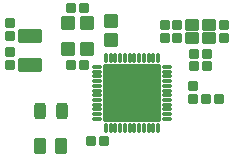
<source format=gbr>
%TF.GenerationSoftware,KiCad,Pcbnew,7.0.7*%
%TF.CreationDate,2023-11-20T17:20:15+01:00*%
%TF.ProjectId,nRF52832_qfaa_dcdc,6e524635-3238-4333-925f-716661615f64,rev?*%
%TF.SameCoordinates,Original*%
%TF.FileFunction,Soldermask,Top*%
%TF.FilePolarity,Negative*%
%FSLAX46Y46*%
G04 Gerber Fmt 4.6, Leading zero omitted, Abs format (unit mm)*
G04 Created by KiCad (PCBNEW 7.0.7) date 2023-11-20 17:20:15*
%MOMM*%
%LPD*%
G01*
G04 APERTURE LIST*
G04 Aperture macros list*
%AMRoundRect*
0 Rectangle with rounded corners*
0 $1 Rounding radius*
0 $2 $3 $4 $5 $6 $7 $8 $9 X,Y pos of 4 corners*
0 Add a 4 corners polygon primitive as box body*
4,1,4,$2,$3,$4,$5,$6,$7,$8,$9,$2,$3,0*
0 Add four circle primitives for the rounded corners*
1,1,$1+$1,$2,$3*
1,1,$1+$1,$4,$5*
1,1,$1+$1,$6,$7*
1,1,$1+$1,$8,$9*
0 Add four rect primitives between the rounded corners*
20,1,$1+$1,$2,$3,$4,$5,0*
20,1,$1+$1,$4,$5,$6,$7,0*
20,1,$1+$1,$6,$7,$8,$9,0*
20,1,$1+$1,$8,$9,$2,$3,0*%
G04 Aperture macros list end*
%ADD10RoundRect,0.250000X-0.262500X-0.450000X0.262500X-0.450000X0.262500X0.450000X-0.262500X0.450000X0*%
%ADD11RoundRect,0.243750X-0.243750X-0.456250X0.243750X-0.456250X0.243750X0.456250X-0.243750X0.456250X0*%
%ADD12C,1.111200*%
%ADD13RoundRect,0.101600X-2.350000X2.350000X-2.350000X-2.350000X2.350000X-2.350000X2.350000X2.350000X0*%
%ADD14RoundRect,0.131600X-0.070000X0.295000X-0.070000X-0.295000X0.070000X-0.295000X0.070000X0.295000X0*%
%ADD15RoundRect,0.131600X0.295000X0.070000X-0.295000X0.070000X-0.295000X-0.070000X0.295000X-0.070000X0*%
%ADD16RoundRect,0.131600X0.070000X-0.295000X0.070000X0.295000X-0.070000X0.295000X-0.070000X-0.295000X0*%
%ADD17RoundRect,0.131600X-0.295000X-0.070000X0.295000X-0.070000X0.295000X0.070000X-0.295000X0.070000X0*%
%ADD18RoundRect,0.101600X0.475000X0.425000X-0.475000X0.425000X-0.475000X-0.425000X0.475000X-0.425000X0*%
%ADD19RoundRect,0.101600X-0.300000X-0.300000X0.300000X-0.300000X0.300000X0.300000X-0.300000X0.300000X0*%
%ADD20RoundRect,0.101600X0.300000X-0.300000X0.300000X0.300000X-0.300000X0.300000X-0.300000X-0.300000X0*%
%ADD21RoundRect,0.101600X-0.300000X0.300000X-0.300000X-0.300000X0.300000X-0.300000X0.300000X0.300000X0*%
%ADD22RoundRect,0.101600X0.300000X0.300000X-0.300000X0.300000X-0.300000X-0.300000X0.300000X-0.300000X0*%
%ADD23RoundRect,0.101600X0.525000X0.450000X-0.525000X0.450000X-0.525000X-0.450000X0.525000X-0.450000X0*%
%ADD24RoundRect,0.101600X0.450000X-0.525000X0.450000X0.525000X-0.450000X0.525000X-0.450000X-0.525000X0*%
%ADD25RoundRect,0.101600X-0.900000X0.500000X-0.900000X-0.500000X0.900000X-0.500000X0.900000X0.500000X0*%
G04 APERTURE END LIST*
D10*
%TO.C,R1*%
X141685000Y-110490000D03*
X143510000Y-110490000D03*
%TD*%
D11*
%TO.C,D1*%
X141700000Y-107495000D03*
X143575000Y-107495000D03*
%TD*%
D12*
%TO.C,U1*%
X151301100Y-107803600D03*
X151301100Y-106603600D03*
X151301100Y-105403600D03*
X151301100Y-104203600D03*
X150101100Y-107803600D03*
X150101100Y-106603600D03*
X150101100Y-105403600D03*
X150101100Y-104203600D03*
X148901100Y-107803600D03*
X148901100Y-106603600D03*
X148901100Y-105403600D03*
X148901100Y-104203600D03*
X147701100Y-107803600D03*
X147701100Y-106603600D03*
X147701100Y-105403600D03*
X147701100Y-104203600D03*
D13*
X149501100Y-106003600D03*
D14*
X147301100Y-103003600D03*
X147701100Y-103003600D03*
X148101100Y-103003600D03*
X148501100Y-103003600D03*
X148901100Y-103003600D03*
X149301100Y-103003600D03*
X149701100Y-103003600D03*
X150101100Y-103003600D03*
X150501100Y-103003600D03*
X150901100Y-103003600D03*
X151301100Y-103003600D03*
X151701100Y-103003600D03*
D15*
X152501100Y-103803600D03*
X152501100Y-104203600D03*
X152501100Y-104603600D03*
X152501100Y-105003600D03*
X152501100Y-105403600D03*
X152501100Y-105803600D03*
X152501100Y-106203600D03*
X152501100Y-106603600D03*
X152501100Y-107003600D03*
X152501100Y-107403600D03*
X152501100Y-107803600D03*
X152501100Y-108203600D03*
D16*
X151701100Y-109003600D03*
X151301100Y-109003600D03*
X150901100Y-109003600D03*
X150501100Y-109003600D03*
X150101100Y-109003600D03*
X149701100Y-109003600D03*
X149301100Y-109003600D03*
X148901100Y-109003600D03*
X148501100Y-109003600D03*
X148101100Y-109003600D03*
X147701100Y-109003600D03*
X147301100Y-109003600D03*
D17*
X146501100Y-108203600D03*
X146501100Y-107803600D03*
X146501100Y-107403600D03*
X146501100Y-107003600D03*
X146501100Y-106603600D03*
X146501100Y-106203600D03*
X146501100Y-105803600D03*
X146501100Y-105403600D03*
X146501100Y-105003600D03*
X146501100Y-104603600D03*
X146501100Y-104203600D03*
X146501100Y-103803600D03*
%TD*%
D18*
%TO.C,X1*%
X156026100Y-101378600D03*
X154576100Y-101378600D03*
X154576100Y-100228600D03*
X156026100Y-100228600D03*
%TD*%
D19*
%TO.C,L1*%
X156851100Y-106553600D03*
X155751100Y-106553600D03*
%TD*%
D20*
%TO.C,C2*%
X153301100Y-100253600D03*
X153301100Y-101353600D03*
%TD*%
D21*
%TO.C,C1*%
X157301100Y-101353600D03*
X157301100Y-100253600D03*
%TD*%
D20*
%TO.C,C3*%
X154701100Y-105453600D03*
X154701100Y-106553600D03*
%TD*%
D22*
%TO.C,C4*%
X144351100Y-103603600D03*
X145451100Y-103603600D03*
%TD*%
%TO.C,C5*%
X146001100Y-110103600D03*
X147101100Y-110103600D03*
%TD*%
D20*
%TO.C,C8*%
X152301100Y-100253600D03*
X152301100Y-101353600D03*
%TD*%
D19*
%TO.C,C6*%
X155851100Y-103703600D03*
X154751100Y-103703600D03*
%TD*%
%TO.C,C7*%
X155851100Y-102703600D03*
X154751100Y-102703600D03*
%TD*%
D23*
%TO.C,C9*%
X144101100Y-102303600D03*
X145701100Y-102303600D03*
%TD*%
D24*
%TO.C,C10*%
X147701100Y-99903600D03*
X147701100Y-101503600D03*
%TD*%
D25*
%TO.C,X2*%
X140901100Y-103653600D03*
X140901100Y-101153600D03*
%TD*%
D21*
%TO.C,C11*%
X139201100Y-101153600D03*
X139201100Y-100053600D03*
%TD*%
%TO.C,C12*%
X139201100Y-103653600D03*
X139201100Y-102553600D03*
%TD*%
D19*
%TO.C,L3*%
X145451100Y-98803600D03*
X144351100Y-98803600D03*
%TD*%
D23*
%TO.C,L2*%
X144101100Y-100103600D03*
X145701100Y-100103600D03*
%TD*%
M02*

</source>
